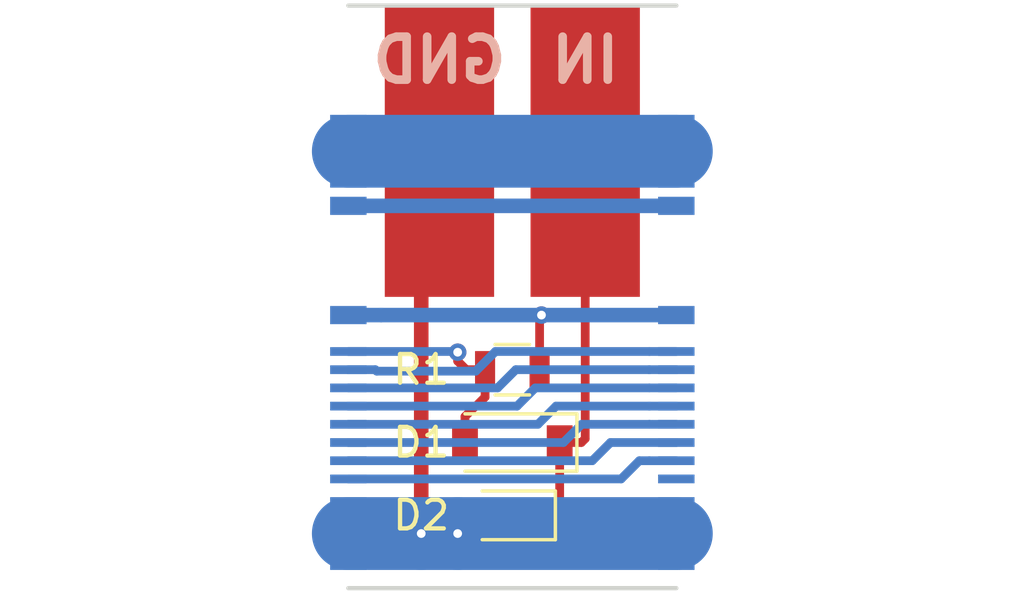
<source format=kicad_pcb>
(kicad_pcb (version 20221018) (generator pcbnew)
  (layers (0 "F.Cu" signal) (31 "B.Cu" signal) (34 "B.Paste" user) (35 "F.Paste" user) (36 "B.SilkS" user "B.Silkscreen") (37 "F.SilkS" user "F.Silkscreen") (38 "B.Mask" user) (39 "F.Mask" user) (44 "Edge.Cuts" user))
  (net 0 "")
  (net 1 "Net-(D1-Pad1)")
  (net 2 "Net-(D1-Pad2)")
  (net 3 "GND")
  (net 4 "Net-(R1-Pad2)")
  (net 5 "+12V")
  (net 6 "/LIN")
  (net 7 "Net-(X1-Pad6)")
  (net 8 "Net-(X1-Pad7)")
  (net 9 "Net-(X1-Pad8)")
  (net 10 "Net-(X1-Pad9)")
  (net 11 "Net-(X1-Pad10)")
  (net 12 "Net-(X1-Pad11)")
  (net 13 "Net-(X1-Pad12)")
  (footprint "Diodes_SMD:D_SOD-123" (layer "F.Cu") (at 142.875 119.38 180)
    (fp_text reference "D1" (at 3.175 0 180) (layer "F.SilkS"))
    (fp_text value "1N4148W-7-F")
    (fp_line (start -2.25 -1) (end -2.25 1) (stroke (width 0.12)) (layer "F.SilkS"))
    (fp_line (start -2.25 -1) (end 1.65 -1) (stroke (width 0.12)) (layer "F.SilkS"))
    (fp_line (start -2.25 1) (end 1.65 1) (stroke (width 0.12)) (layer "F.SilkS"))
    (pad "1" smd rect (at -1.65 0 180) (size 0.9 1.2) (layers "F.Cu" "F.Paste" "F.Mask") (net 1 "Net-(D1-Pad1)"))
    (pad "2" smd rect (at 1.65 0 180) (size 0.9 1.2) (layers "F.Cu" "F.Paste" "F.Mask") (net 2 "Net-(D1-Pad2)"))
  )
  (footprint "Diodes_SMD:D_SOD-323" (layer "F.Cu") (at 142.875 121.92 180)
    (fp_text reference "D2" (at 3.175 0 180) (layer "F.SilkS"))
    (fp_text value "RSB36V")
    (fp_line (start -1.5 -0.85) (end -1.5 0.85) (stroke (width 0.12)) (layer "F.SilkS"))
    (fp_line (start -1.5 -0.85) (end 1.05 -0.85) (stroke (width 0.12)) (layer "F.SilkS"))
    (fp_line (start -1.5 0.85) (end 1.05 0.85) (stroke (width 0.12)) (layer "F.SilkS"))
    (pad "1" smd rect (at -1.05 0 180) (size 0.6 0.45) (layers "F.Cu" "F.Paste" "F.Mask") (net 1 "Net-(D1-Pad1)"))
    (pad "2" smd rect (at 1.05 0 180) (size 0.6 0.45) (layers "F.Cu" "F.Paste" "F.Mask") (net 3 "GND"))
  )
  (footprint "Resistors_SMD:R_0805" (layer "F.Cu") (at 142.875 116.84)
    (fp_text reference "R1" (at -3.175 0) (layer "F.SilkS"))
    (fp_text value "10k")
    (fp_line (start -0.6 -0.88) (end 0.6 -0.88) (stroke (width 0.12)) (layer "F.SilkS"))
    (fp_line (start 0.6 0.88) (end -0.6 0.88) (stroke (width 0.12)) (layer "F.SilkS"))
    (pad "1" smd rect (at -0.95 0) (size 0.7 1.3) (layers "F.Cu" "F.Paste" "F.Mask") (net 2 "Net-(D1-Pad2)"))
    (pad "2" smd rect (at 0.95 0) (size 0.7 1.3) (layers "F.Cu" "F.Paste" "F.Mask") (net 4 "Net-(R1-Pad2)"))
  )
  (footprint "interface:interface" (layer "F.Cu") (at 137.16 104.775)
    (fp_text reference "X1" hide)
    (fp_text value "interface" hide)
    (pad "1" smd rect (at 0 4.445) (size 1.27 2.54) (layers "B.Cu") (net 5 "+12V"))
    (pad "2" smd rect (at 0 17.78) (size 1.27 2.54) (layers "B.Cu") (net 3 "GND"))
    (pad "3" smd rect (at 0 6.35) (size 1.27 0.635) (layers "B.Cu") (net 6 "/LIN"))
    (pad "4" smd rect (at 0 10.16) (size 1.27 0.635) (layers "B.Cu") (net 4 "Net-(R1-Pad2)"))
    (pad "5" smd rect (at 0 11.43) (size 1.27 0.3048) (layers "B.Cu") (net 2 "Net-(D1-Pad2)"))
    (pad "6" smd rect (at 0 12.065) (size 1.27 0.3048) (layers "B.Cu") (net 7 "Net-(X1-Pad6)"))
    (pad "7" smd rect (at 0 12.7) (size 1.27 0.3048) (layers "B.Cu") (net 8 "Net-(X1-Pad7)"))
    (pad "8" smd rect (at 0 13.335) (size 1.27 0.3048) (layers "B.Cu") (net 9 "Net-(X1-Pad8)"))
    (pad "9" smd rect (at 0 13.97) (size 1.27 0.3048) (layers "B.Cu") (net 10 "Net-(X1-Pad9)"))
    (pad "10" smd rect (at 0 14.605) (size 1.27 0.3048) (layers "B.Cu") (net 11 "Net-(X1-Pad10)"))
    (pad "11" smd rect (at 0 15.24) (size 1.27 0.3048) (layers "B.Cu") (net 12 "Net-(X1-Pad11)"))
    (pad "12" smd rect (at 0 15.875) (size 1.27 0.3048) (layers "B.Cu") (net 13 "Net-(X1-Pad12)"))
  )
  (footprint "interface:interface" (layer "F.Cu") (at 148.59 104.775)
    (fp_text reference "X2" hide)
    (fp_text value "interface" hide)
    (pad "1" smd rect (at 0 4.445) (size 1.27 2.54) (layers "B.Cu") (net 5 "+12V"))
    (pad "2" smd rect (at 0 17.78) (size 1.27 2.54) (layers "B.Cu") (net 3 "GND"))
    (pad "3" smd rect (at 0 6.35) (size 1.27 0.635) (layers "B.Cu") (net 6 "/LIN"))
    (pad "4" smd rect (at 0 10.16) (size 1.27 0.635) (layers "B.Cu") (net 4 "Net-(R1-Pad2)"))
    (pad "5" smd rect (at 0 11.43) (size 1.27 0.3048) (layers "B.Cu") (net 7 "Net-(X1-Pad6)"))
    (pad "6" smd rect (at 0 12.065) (size 1.27 0.3048) (layers "B.Cu") (net 8 "Net-(X1-Pad7)"))
    (pad "7" smd rect (at 0 12.7) (size 1.27 0.3048) (layers "B.Cu") (net 9 "Net-(X1-Pad8)"))
    (pad "8" smd rect (at 0 13.335) (size 1.27 0.3048) (layers "B.Cu") (net 10 "Net-(X1-Pad9)"))
    (pad "9" smd rect (at 0 13.97) (size 1.27 0.3048) (layers "B.Cu") (net 11 "Net-(X1-Pad10)"))
    (pad "10" smd rect (at 0 14.605) (size 1.27 0.3048) (layers "B.Cu") (net 12 "Net-(X1-Pad11)"))
    (pad "11" smd rect (at 0 15.24) (size 1.27 0.3048) (layers "B.Cu") (net 13 "Net-(X1-Pad12)"))
    (pad "12" smd rect (at 0 15.875) (size 1.27 0.3048) (layers "B.Cu"))
  )
  (footprint "connectors:SolderWirePad_single_SMD_15x40mil" (layer "F.Cu") (at 145.415 109.22)
    (fp_text reference "J1" hide)
    (fp_text value "IN")
    (pad "1" smd rect (at 0 0) (size 3.81 10.16) (layers "F.Cu" "F.Paste" "F.Mask") (net 1 "Net-(D1-Pad1)"))
  )
  (footprint "connectors:SolderWirePad_single_SMD_15x40mil" (layer "F.Cu") (at 140.335 109.22)
    (fp_text reference "J2" hide)
    (fp_text value "GND")
    (pad "1" smd rect (at 0 0) (size 3.81 10.16) (layers "F.Cu" "F.Paste" "F.Mask") (net 3 "GND"))
  )
  (gr_line (start 148.59 104.14) (end 137.16 104.14) (stroke (width 0.15)) (layer "Edge.Cuts"))
  (gr_line (start 137.16 124.46) (end 148.59 124.46) (stroke (width 0.15)) (layer "Edge.Cuts"))
  (gr_text "IN" (at 145.415 106.045) (layer "B.SilkS") (effects (font (size 1.5 1.5) (thickness 0.3)) (justify mirror)))
  (gr_text "GND" (at 140.335 106.045) (layer "B.SilkS") (effects (font (size 1.5 1.5) (thickness 0.3)) (justify mirror)))
  (segment (start 144.525 121.32) (end 143.925 121.92) (width 0.3048) (layer "F.Cu") (net 1))
  (segment (start 144.78 119.38) (end 144.525 119.38) (width 0.3048) (layer "F.Cu") (net 1))
  (segment (start 145.415 109.22) (end 145.415 119.2448) (width 0.3048) (layer "F.Cu") (net 1))
  (segment (start 145.415 119.2448) (end 145.2798 119.38) (width 0.3048) (layer "F.Cu") (net 1))
  (segment (start 144.525 119.38) (end 144.525 121.32) (width 0.3048) (layer "F.Cu") (net 1))
  (segment (start 145.2798 119.38) (end 144.525 119.38) (width 0.3048) (layer "F.Cu") (net 1))
  (segment (start 141.2702 116.84) (end 140.97 116.5398) (width 0.3048) (layer "F.Cu") (net 2))
  (segment (start 141.925 117.7948) (end 141.925 116.84) (width 0.3048) (layer "F.Cu") (net 2))
  (segment (start 141.925 116.84) (end 141.2702 116.84) (width 0.3048) (layer "F.Cu") (net 2))
  (segment (start 141.6098 118.11) (end 141.925 117.7948) (width 0.3048) (layer "F.Cu") (net 2))
  (segment (start 141.225 118.4752) (end 141.5902 118.11) (width 0.3048) (layer "F.Cu") (net 2))
  (segment (start 141.5902 118.11) (end 141.6098 118.11) (width 0.3048) (layer "F.Cu") (net 2))
  (segment (start 141.225 119.38) (end 141.225 118.4752) (width 0.3048) (layer "F.Cu") (net 2))
  (segment (start 140.97 116.5398) (end 140.97 116.230506) (width 0.3048) (layer "F.Cu") (net 2))
  (via (at 140.97 116.230506) (size 0.6096) (drill 0.3048) (layers "F.Cu" "B.Cu") (net 2))
  (segment (start 137.16 116.205) (end 140.944494 116.205) (width 0.3048) (layer "B.Cu") (net 2))
  (segment (start 140.944494 116.205) (end 140.97 116.230506) (width 0.3048) (layer "B.Cu") (net 2))
  (segment (start 140.335 112.395) (end 139.7 113.03) (width 1.27) (layer "F.Cu") (net 3))
  (segment (start 141.825 121.92) (end 141.605 121.92) (width 0.3048) (layer "F.Cu") (net 3))
  (segment (start 139.7 113.03) (end 139.7 122.555) (width 0.508) (layer "F.Cu") (net 3))
  (segment (start 141.605 121.92) (end 140.97 122.555) (width 0.3048) (layer "F.Cu") (net 3))
  (segment (start 140.335 109.22) (end 140.335 112.395) (width 1.27) (layer "F.Cu") (net 3))
  (via (at 140.97 122.555) (size 0.6096) (drill 0.3048) (layers "F.Cu" "B.Cu") (net 3))
  (via (at 139.7 122.555) (size 0.6096) (drill 0.3048) (layers "F.Cu" "B.Cu") (net 3))
  (segment (start 137.16 122.555) (end 139.7 122.555) (width 2.54) (layer "B.Cu") (net 3))
  (segment (start 140.97 122.555) (end 148.59 122.555) (width 2.54) (layer "B.Cu") (net 3))
  (segment (start 139.7 122.555) (end 140.97 122.555) (width 2.54) (layer "B.Cu") (net 3))
  (segment (start 143.825 115.001) (end 143.891 114.935) (width 0.3048) (layer "F.Cu") (net 4))
  (segment (start 143.825 116.84) (end 143.825 116.54) (width 0.3048) (layer "F.Cu") (net 4))
  (segment (start 143.825 116.84) (end 143.825 115.001) (width 0.3048) (layer "F.Cu") (net 4))
  (via (at 143.891 114.935) (size 0.6096) (drill 0.3048) (layers "F.Cu" "B.Cu") (net 4))
  (segment (start 138.303 114.935) (end 143.891 114.935) (width 0.508) (layer "B.Cu") (net 4))
  (segment (start 137.16 114.935) (end 138.303 114.935) (width 0.508) (layer "B.Cu") (net 4))
  (segment (start 143.891 114.935) (end 148.59 114.935) (width 0.508) (layer "B.Cu") (net 4))
  (segment (start 137.16 109.22) (end 148.59 109.22) (width 2.54) (layer "B.Cu") (net 5))
  (segment (start 137.16 111.125) (end 148.59 111.125) (width 0.508) (layer "B.Cu") (net 6))
  (segment (start 137.16 116.84) (end 138.0998 116.84) (width 0.3048) (layer "B.Cu") (net 7))
  (segment (start 138.150708 116.890908) (end 141.601116 116.890908) (width 0.3048) (layer "B.Cu") (net 7))
  (segment (start 138.0998 116.84) (end 138.150708 116.890908) (width 0.3048) (layer "B.Cu") (net 7))
  (segment (start 141.601116 116.890908) (end 142.287024 116.205) (width 0.3048) (layer "B.Cu") (net 7))
  (segment (start 147.6502 116.205) (end 148.59 116.205) (width 0.3048) (layer "B.Cu") (net 7))
  (segment (start 142.287024 116.205) (end 147.6502 116.205) (width 0.3048) (layer "B.Cu") (net 7))
  (segment (start 142.361988 117.475) (end 142.996988 116.84) (width 0.3048) (layer "B.Cu") (net 8))
  (segment (start 137.16 117.475) (end 142.361988 117.475) (width 0.3048) (layer "B.Cu") (net 8))
  (segment (start 142.996988 116.84) (end 147.6502 116.84) (width 0.3048) (layer "B.Cu") (net 8))
  (segment (start 147.6502 116.84) (end 148.59 116.84) (width 0.3048) (layer "B.Cu") (net 8))
  (segment (start 143.674148 117.475) (end 147.6502 117.475) (width 0.3048) (layer "B.Cu") (net 9))
  (segment (start 147.6502 117.475) (end 148.59 117.475) (width 0.3048) (layer "B.Cu") (net 9))
  (segment (start 137.16 118.11) (end 143.039148 118.11) (width 0.3048) (layer "B.Cu") (net 9))
  (segment (start 143.039148 118.11) (end 143.674148 117.475) (width 0.3048) (layer "B.Cu") (net 9))
  (segment (start 144.400514 118.11) (end 147.6502 118.11) (width 0.3048) (layer "B.Cu") (net 10))
  (segment (start 137.16 118.745) (end 143.765514 118.745) (width 0.3048) (layer "B.Cu") (net 10))
  (segment (start 147.6502 118.11) (end 148.59 118.11) (width 0.3048) (layer "B.Cu") (net 10))
  (segment (start 143.765514 118.745) (end 144.400514 118.11) (width 0.3048) (layer "B.Cu") (net 10))
  (segment (start 137.16 119.38) (end 144.6559 119.38) (width 0.3048) (layer "B.Cu") (net 11))
  (segment (start 144.6559 119.38) (end 145.2909 118.745) (width 0.3048) (layer "B.Cu") (net 11))
  (segment (start 147.6502 118.745) (end 148.59 118.745) (width 0.3048) (layer "B.Cu") (net 11))
  (segment (start 145.2909 118.745) (end 147.6502 118.745) (width 0.3048) (layer "B.Cu") (net 11))
  (segment (start 145.661101 120.015) (end 146.296101 119.38) (width 0.3048) (layer "B.Cu") (net 12))
  (segment (start 137.16 120.015) (end 145.661101 120.015) (width 0.3048) (layer "B.Cu") (net 12))
  (segment (start 146.296101 119.38) (end 148.59 119.38) (width 0.3048) (layer "B.Cu") (net 12))
  (segment (start 147.301302 120.015) (end 147.6502 120.015) (width 0.3048) (layer "B.Cu") (net 13))
  (segment (start 146.666302 120.65) (end 147.301302 120.015) (width 0.3048) (layer "B.Cu") (net 13))
  (segment (start 137.16 120.65) (end 146.666302 120.65) (width 0.3048) (layer "B.Cu") (net 13))
  (segment (start 147.6502 120.015) (end 148.59 120.015) (width 0.3048) (layer "B.Cu") (net 13))
)
</source>
